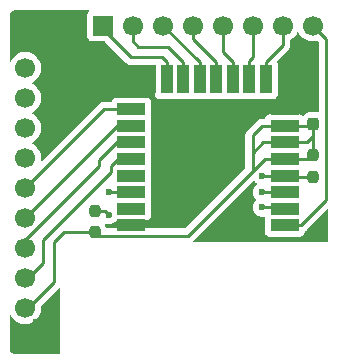
<source format=gbr>
%TF.GenerationSoftware,KiCad,Pcbnew,9.0.3*%
%TF.CreationDate,2025-09-19T00:55:14-04:00*%
%TF.ProjectId,UWB,5557422e-6b69-4636-9164-5f7063625858,rev?*%
%TF.SameCoordinates,Original*%
%TF.FileFunction,Copper,L1,Top*%
%TF.FilePolarity,Positive*%
%FSLAX46Y46*%
G04 Gerber Fmt 4.6, Leading zero omitted, Abs format (unit mm)*
G04 Created by KiCad (PCBNEW 9.0.3) date 2025-09-19 00:55:14*
%MOMM*%
%LPD*%
G01*
G04 APERTURE LIST*
G04 Aperture macros list*
%AMRoundRect*
0 Rectangle with rounded corners*
0 $1 Rounding radius*
0 $2 $3 $4 $5 $6 $7 $8 $9 X,Y pos of 4 corners*
0 Add a 4 corners polygon primitive as box body*
4,1,4,$2,$3,$4,$5,$6,$7,$8,$9,$2,$3,0*
0 Add four circle primitives for the rounded corners*
1,1,$1+$1,$2,$3*
1,1,$1+$1,$4,$5*
1,1,$1+$1,$6,$7*
1,1,$1+$1,$8,$9*
0 Add four rect primitives between the rounded corners*
20,1,$1+$1,$2,$3,$4,$5,0*
20,1,$1+$1,$4,$5,$6,$7,0*
20,1,$1+$1,$6,$7,$8,$9,0*
20,1,$1+$1,$8,$9,$2,$3,0*%
G04 Aperture macros list end*
%TA.AperFunction,SMDPad,CuDef*%
%ADD10RoundRect,0.237500X-0.237500X0.250000X-0.237500X-0.250000X0.237500X-0.250000X0.237500X0.250000X0*%
%TD*%
%TA.AperFunction,ComponentPad*%
%ADD11R,1.700000X1.700000*%
%TD*%
%TA.AperFunction,ComponentPad*%
%ADD12C,1.700000*%
%TD*%
%TA.AperFunction,SMDPad,CuDef*%
%ADD13RoundRect,0.237500X0.237500X-0.250000X0.237500X0.250000X-0.237500X0.250000X-0.237500X-0.250000X0*%
%TD*%
%TA.AperFunction,SMDPad,CuDef*%
%ADD14RoundRect,0.237500X0.237500X-0.300000X0.237500X0.300000X-0.237500X0.300000X-0.237500X-0.300000X0*%
%TD*%
%TA.AperFunction,SMDPad,CuDef*%
%ADD15R,2.400000X1.000000*%
%TD*%
%TA.AperFunction,SMDPad,CuDef*%
%ADD16R,1.000000X2.400000*%
%TD*%
%TA.AperFunction,ViaPad*%
%ADD17C,0.600000*%
%TD*%
%TA.AperFunction,Conductor*%
%ADD18C,0.250000*%
%TD*%
G04 APERTURE END LIST*
D10*
%TO.P,R1,1*%
%TO.N,+3.3V*%
X8900000Y-6687500D03*
%TO.P,R1,2*%
%TO.N,/UWB_IO7*%
X8900000Y-8512500D03*
%TD*%
D11*
%TO.P,J1,1,Pin_1*%
%TO.N,/UWB_IO0*%
X-8890000Y4300000D03*
D12*
%TO.P,J1,2,Pin_2*%
%TO.N,/UWB_IO1*%
X-6350000Y4300000D03*
%TO.P,J1,3,Pin_3*%
%TO.N,/UWB_IO2*%
X-3810000Y4300000D03*
%TO.P,J1,4,Pin_4*%
%TO.N,/UWB_IO3*%
X-1270000Y4300000D03*
%TO.P,J1,5,Pin_5*%
%TO.N,/UWB_IO4*%
X1270000Y4300000D03*
%TO.P,J1,6,Pin_6*%
%TO.N,/UWB_IO5*%
X3810000Y4300000D03*
%TO.P,J1,7,Pin_7*%
%TO.N,/UWB_IO6*%
X6350000Y4300000D03*
%TO.P,J1,8,Pin_8*%
%TO.N,/UWB_EXTON*%
X8890000Y4300000D03*
%TD*%
D13*
%TO.P,R2,1*%
%TO.N,+3.3V*%
X-9600000Y-13212500D03*
%TO.P,R2,2*%
%TO.N,/SPI_~{CS}*%
X-9600000Y-11387500D03*
%TD*%
D11*
%TO.P,J2,1,Pin_1*%
%TO.N,GND*%
X-15480000Y-22160000D03*
D12*
%TO.P,J2,2,Pin_2*%
%TO.N,+3.3V*%
X-15480000Y-19620000D03*
%TO.P,J2,3,Pin_3*%
%TO.N,/SPI_CLK*%
X-15480000Y-17080000D03*
%TO.P,J2,4,Pin_4*%
%TO.N,/SPI_MISO*%
X-15480000Y-14540000D03*
%TO.P,J2,5,Pin_5*%
%TO.N,/SPI_MOSI*%
X-15480000Y-12000000D03*
%TO.P,J2,6,Pin_6*%
%TO.N,/SPI_~{CS}*%
X-15480000Y-9460000D03*
%TO.P,J2,7,Pin_7*%
%TO.N,/UWB_WAKEUP*%
X-15480000Y-6920000D03*
%TO.P,J2,8,Pin_8*%
%TO.N,/UWB_IRQ*%
X-15480000Y-4380000D03*
%TO.P,J2,9,Pin_9*%
%TO.N,/UWB_~{RST}*%
X-15480000Y-1840000D03*
%TO.P,J2,10,Pin_10*%
%TO.N,/UWB_IO7*%
X-15480000Y700000D03*
%TD*%
D14*
%TO.P,C1,1*%
%TO.N,+3.3V*%
X8931250Y-4062500D03*
%TO.P,C1,2*%
%TO.N,GND*%
X8931250Y-2337500D03*
%TD*%
D15*
%TO.P,U1,1,EXTON*%
%TO.N,/UWB_EXTON*%
X6500000Y-12600000D03*
%TO.P,U1,2,WAKEUP*%
%TO.N,/UWB_WAKEUP*%
X6500000Y-11200000D03*
%TO.P,U1,3,RSTN*%
%TO.N,/UWB_~{RST}*%
X6500000Y-9800000D03*
%TO.P,U1,4,IO7*%
%TO.N,/UWB_IO7*%
X6500000Y-8400000D03*
%TO.P,U1,5,VDD*%
%TO.N,+3.3V*%
X6500000Y-7000000D03*
%TO.P,U1,6,VCC*%
X6500000Y-5600000D03*
%TO.P,U1,7,VCC*%
X6500000Y-4200000D03*
%TO.P,U1,8,GND*%
%TO.N,GND*%
X6500000Y-2800000D03*
D16*
%TO.P,U1,9,IO6*%
%TO.N,/UWB_IO6*%
X4900000Y-250000D03*
%TO.P,U1,10,IO5*%
%TO.N,/UWB_IO5*%
X3500000Y-250000D03*
%TO.P,U1,11,IO4*%
%TO.N,/UWB_IO4*%
X2100000Y-250000D03*
%TO.P,U1,12,IO3*%
%TO.N,/UWB_IO3*%
X700000Y-250000D03*
%TO.P,U1,13,IO2*%
%TO.N,/UWB_IO2*%
X-700000Y-250000D03*
%TO.P,U1,14,IO1*%
%TO.N,/UWB_IO1*%
X-2100000Y-250000D03*
%TO.P,U1,15,IO0*%
%TO.N,/UWB_IO0*%
X-3500000Y-250000D03*
%TO.P,U1,16,GND*%
%TO.N,GND*%
X-4900000Y-250000D03*
D15*
%TO.P,U1,17,CSN*%
%TO.N,/SPI_~{CS}*%
X-6500000Y-2800000D03*
%TO.P,U1,18,MOSI*%
%TO.N,/SPI_MOSI*%
X-6500000Y-4200000D03*
%TO.P,U1,19,MISO*%
%TO.N,/SPI_MISO*%
X-6500000Y-5600000D03*
%TO.P,U1,20,CLK*%
%TO.N,/SPI_CLK*%
X-6500000Y-7000000D03*
%TO.P,U1,21,NC*%
%TO.N,unconnected-(U1-NC-Pad21)*%
X-6500000Y-8400000D03*
%TO.P,U1,22,IRQ*%
%TO.N,/UWB_IRQ*%
X-6500000Y-9800000D03*
%TO.P,U1,23,NC*%
%TO.N,unconnected-(U1-NC-Pad23)*%
X-6500000Y-11200000D03*
%TO.P,U1,24,GND*%
%TO.N,GND*%
X-6500000Y-12600000D03*
%TD*%
D17*
%TO.N,GND*%
X-14600000Y-20800000D03*
X2800000Y-12600000D03*
X-2900000Y-3400000D03*
X1900000Y-3400000D03*
X1900000Y-6600000D03*
X700000Y-12600000D03*
X-2900000Y-6600000D03*
X-2800000Y-12600000D03*
X-12800000Y4400000D03*
X-15000000Y4400000D03*
%TO.N,/UWB_IO7*%
X4600000Y-8400000D03*
%TO.N,/SPI_~{CS}*%
X-8400000Y-11725000D03*
%TO.N,/UWB_~{RST}*%
X4600000Y-9800000D03*
%TO.N,/UWB_WAKEUP*%
X4600000Y-11100000D03*
%TO.N,/UWB_IRQ*%
X-8400000Y-9800000D03*
%TD*%
D18*
%TO.N,+3.3V*%
X-13000000Y-17420000D02*
X-13000000Y-14000000D01*
X8900000Y-6687500D02*
X8900000Y-4093750D01*
X-15200000Y-19620000D02*
X-13000000Y-17420000D01*
X8793750Y-4200000D02*
X8931250Y-4062500D01*
X4700000Y-5600000D02*
X6500000Y-5600000D01*
X3800000Y-5000000D02*
X3800000Y-8000000D01*
X-9312500Y-13500000D02*
X-1700000Y-13500000D01*
X8931250Y-4062500D02*
X8931250Y-5068750D01*
X8587500Y-7000000D02*
X8900000Y-6687500D01*
X-15480000Y-19620000D02*
X-15200000Y-19620000D01*
X-9600000Y-13212500D02*
X-9312500Y-13500000D01*
X3800000Y-8000000D02*
X4800000Y-7000000D01*
X-13000000Y-14000000D02*
X-12212500Y-13212500D01*
X8400000Y-5600000D02*
X6500000Y-5600000D01*
X3800000Y-6500000D02*
X4700000Y-5600000D01*
X6500000Y-4200000D02*
X4600000Y-4200000D01*
X-1700000Y-13500000D02*
X3800000Y-8000000D01*
X8931250Y-5068750D02*
X8400000Y-5600000D01*
X6500000Y-7000000D02*
X8587500Y-7000000D01*
X4600000Y-4200000D02*
X3800000Y-5000000D01*
X4800000Y-7000000D02*
X6500000Y-7000000D01*
X6500000Y-4200000D02*
X8793750Y-4200000D01*
X-12212500Y-13212500D02*
X-9600000Y-13212500D01*
X8900000Y-4093750D02*
X8931250Y-4062500D01*
%TO.N,/UWB_IO6*%
X4900000Y-250000D02*
X4900000Y1200000D01*
X4900000Y1200000D02*
X6350000Y2650000D01*
X6350000Y2650000D02*
X6350000Y4300000D01*
%TO.N,/UWB_EXTON*%
X10000000Y3190000D02*
X10000000Y-10500000D01*
X8890000Y4300000D02*
X10000000Y3190000D01*
X10000000Y-10500000D02*
X7900000Y-12600000D01*
X7900000Y-12600000D02*
X6500000Y-12600000D01*
%TO.N,/UWB_IO0*%
X-6500000Y1600000D02*
X-8890000Y3990000D01*
X-3900000Y1600000D02*
X-6500000Y1600000D01*
X-3500000Y1200000D02*
X-3900000Y1600000D01*
X-8890000Y3990000D02*
X-8890000Y4300000D01*
X-3500000Y-250000D02*
X-3500000Y1200000D01*
%TO.N,/UWB_IO2*%
X-3810000Y4300000D02*
X-700000Y1190000D01*
X-700000Y1190000D02*
X-700000Y-250000D01*
%TO.N,/UWB_IO3*%
X-1270000Y3170000D02*
X700000Y1200000D01*
X700000Y1200000D02*
X700000Y-250000D01*
X-1270000Y4300000D02*
X-1270000Y3170000D01*
%TO.N,/UWB_IO1*%
X-6350000Y2950000D02*
X-5900000Y2500000D01*
X-6350000Y4300000D02*
X-6350000Y2950000D01*
X-5900000Y2500000D02*
X-3400000Y2500000D01*
X-2100000Y1200000D02*
X-2100000Y-250000D01*
X-3400000Y2500000D02*
X-2100000Y1200000D01*
%TO.N,/UWB_IO5*%
X3500000Y-250000D02*
X3500000Y1300000D01*
X3500000Y1300000D02*
X3810000Y1610000D01*
X3810000Y1610000D02*
X3810000Y4300000D01*
%TO.N,/UWB_IO4*%
X1270000Y4300000D02*
X1270000Y2030000D01*
X1270000Y2030000D02*
X2100000Y1200000D01*
X2100000Y1200000D02*
X2100000Y-250000D01*
%TO.N,/UWB_IO7*%
X8900000Y-8512500D02*
X6612500Y-8512500D01*
X6612500Y-8512500D02*
X6500000Y-8400000D01*
X6500000Y-8400000D02*
X4600000Y-8400000D01*
%TO.N,/SPI_~{CS}*%
X-8400000Y-11725000D02*
X-8737500Y-11387500D01*
X-8737500Y-11387500D02*
X-9600000Y-11387500D01*
X-8820000Y-2800000D02*
X-6500000Y-2800000D01*
X-15480000Y-9460000D02*
X-8820000Y-2800000D01*
%TO.N,/UWB_~{RST}*%
X4600000Y-9800000D02*
X6500000Y-9800000D01*
%TO.N,/UWB_WAKEUP*%
X6400000Y-11100000D02*
X6500000Y-11200000D01*
X4600000Y-11100000D02*
X6400000Y-11100000D01*
%TO.N,/SPI_CLK*%
X-15260000Y-17080000D02*
X-15480000Y-17080000D01*
X-14000000Y-15820000D02*
X-15260000Y-17080000D01*
X-6500000Y-7000000D02*
X-7600000Y-7000000D01*
X-7600000Y-7000000D02*
X-8200000Y-7600000D01*
X-8200000Y-8075000D02*
X-14000000Y-13875000D01*
X-8200000Y-7600000D02*
X-8200000Y-8075000D01*
X-14000000Y-13875000D02*
X-14000000Y-15820000D01*
%TO.N,/SPI_MOSI*%
X-14781558Y-11301558D02*
X-14780000Y-11301558D01*
X-14780000Y-11301558D02*
X-7678442Y-4200000D01*
X-7678442Y-4200000D02*
X-6500000Y-4200000D01*
X-15480000Y-12000000D02*
X-14781558Y-11301558D01*
%TO.N,/UWB_IRQ*%
X-8400000Y-9800000D02*
X-6500000Y-9800000D01*
%TO.N,/SPI_MISO*%
X-15480000Y-13880000D02*
X-9200000Y-7600000D01*
X-9200000Y-7100000D02*
X-7700000Y-5600000D01*
X-7700000Y-5600000D02*
X-6500000Y-5600000D01*
X-9200000Y-7600000D02*
X-9200000Y-7100000D01*
X-15480000Y-14540000D02*
X-15480000Y-13880000D01*
%TD*%
%TA.AperFunction,Conductor*%
%TO.N,GND*%
G36*
X-12534647Y-17879832D02*
G01*
X-12514352Y-17888239D01*
X-12514351Y-17888239D01*
X-12514351Y-17888240D01*
X-12507842Y-17903954D01*
X-12500000Y-17922887D01*
X-12500000Y-23450500D01*
X-12514352Y-23485148D01*
X-12549000Y-23499500D01*
X-16297249Y-23499500D01*
X-16302735Y-23499192D01*
X-16405664Y-23487595D01*
X-16416362Y-23485153D01*
X-16511514Y-23451857D01*
X-16521400Y-23447096D01*
X-16606759Y-23393461D01*
X-16615337Y-23386620D01*
X-16686620Y-23315337D01*
X-16693461Y-23306759D01*
X-16747096Y-23221400D01*
X-16751857Y-23211514D01*
X-16785153Y-23116362D01*
X-16787595Y-23105664D01*
X-16799192Y-23002734D01*
X-16799500Y-22997248D01*
X-16799500Y-20209165D01*
X-16785148Y-20174517D01*
X-16750500Y-20160165D01*
X-16715852Y-20174517D01*
X-16706840Y-20186920D01*
X-16635051Y-20327816D01*
X-16510104Y-20499792D01*
X-16510100Y-20499795D01*
X-16510099Y-20499798D01*
X-16359798Y-20650099D01*
X-16359795Y-20650100D01*
X-16359792Y-20650104D01*
X-16187816Y-20775051D01*
X-15998412Y-20871557D01*
X-15796243Y-20937246D01*
X-15586287Y-20970500D01*
X-15586286Y-20970500D01*
X-15373714Y-20970500D01*
X-15373713Y-20970500D01*
X-15163757Y-20937246D01*
X-14961588Y-20871557D01*
X-14772184Y-20775051D01*
X-14600208Y-20650104D01*
X-14600206Y-20650102D01*
X-14600202Y-20650099D01*
X-14449901Y-20499798D01*
X-14449897Y-20499793D01*
X-14324952Y-20327821D01*
X-14324947Y-20327813D01*
X-14228443Y-20138413D01*
X-14162754Y-19936243D01*
X-14162753Y-19936240D01*
X-14129500Y-19726286D01*
X-14129500Y-19513713D01*
X-14129499Y-19513713D01*
X-14136480Y-19469633D01*
X-14127724Y-19433166D01*
X-14122731Y-19427321D01*
X-12602982Y-17907572D01*
X-12601269Y-17905859D01*
X-12601267Y-17905858D01*
X-12583647Y-17888238D01*
X-12563351Y-17879831D01*
X-12549000Y-17873887D01*
X-12548999Y-17873887D01*
X-12534647Y-17879832D01*
G37*
%TD.AperFunction*%
%TA.AperFunction,Conductor*%
G36*
X3923613Y-8830272D02*
G01*
X3929704Y-8837693D01*
X3951848Y-8870834D01*
X3978210Y-8910288D01*
X4089713Y-9021791D01*
X4145786Y-9059258D01*
X4166622Y-9090441D01*
X4159305Y-9127223D01*
X4145786Y-9140742D01*
X4089713Y-9178208D01*
X3978210Y-9289711D01*
X3890604Y-9420824D01*
X3830263Y-9566501D01*
X3830260Y-9566512D01*
X3799500Y-9721152D01*
X3799500Y-9878847D01*
X3830260Y-10033487D01*
X3830263Y-10033498D01*
X3885898Y-10167813D01*
X3890606Y-10179179D01*
X3918291Y-10220612D01*
X3978210Y-10310288D01*
X4083274Y-10415352D01*
X4097626Y-10450000D01*
X4083274Y-10484648D01*
X3978210Y-10589711D01*
X3890604Y-10720824D01*
X3830263Y-10866501D01*
X3830260Y-10866512D01*
X3799500Y-11021152D01*
X3799500Y-11178847D01*
X3830260Y-11333487D01*
X3830263Y-11333498D01*
X3890604Y-11479175D01*
X3890606Y-11479179D01*
X3978211Y-11610289D01*
X4089711Y-11721789D01*
X4220821Y-11809394D01*
X4366503Y-11869737D01*
X4366509Y-11869738D01*
X4366512Y-11869739D01*
X4521152Y-11900499D01*
X4521158Y-11900500D01*
X4678842Y-11900500D01*
X4766986Y-11882966D01*
X4803768Y-11890282D01*
X4824604Y-11921464D01*
X4822457Y-11948147D01*
X4805908Y-11992519D01*
X4805907Y-11992521D01*
X4799500Y-12052120D01*
X4799500Y-13147879D01*
X4805907Y-13207478D01*
X4822348Y-13251557D01*
X4856204Y-13342331D01*
X4942454Y-13457546D01*
X5057669Y-13543796D01*
X5192517Y-13594091D01*
X5192520Y-13594092D01*
X5236177Y-13598785D01*
X5252127Y-13600500D01*
X7747872Y-13600499D01*
X7747878Y-13600499D01*
X7807478Y-13594092D01*
X7807479Y-13594091D01*
X7807483Y-13594091D01*
X7942331Y-13543796D01*
X8057546Y-13457546D01*
X8143796Y-13342331D01*
X8194091Y-13207483D01*
X8194091Y-13207479D01*
X8194092Y-13207479D01*
X8197631Y-13174554D01*
X8198744Y-13172514D01*
X8198291Y-13170234D01*
X8207582Y-13156326D01*
X8215603Y-13141638D01*
X8219125Y-13139050D01*
X8247509Y-13120084D01*
X8298733Y-13085858D01*
X8385858Y-12998733D01*
X8385858Y-12998731D01*
X8389887Y-12994703D01*
X8389890Y-12994698D01*
X10115853Y-11268736D01*
X10150500Y-11254385D01*
X10185148Y-11268737D01*
X10199500Y-11303385D01*
X10199500Y-13951000D01*
X10185148Y-13985648D01*
X10150500Y-14000000D01*
X-1197113Y-14000000D01*
X-1211464Y-13994055D01*
X-1231760Y-13985649D01*
X-1231760Y-13985648D01*
X-1231761Y-13985648D01*
X-1246113Y-13951000D01*
X-1231762Y-13916353D01*
X-1231761Y-13916352D01*
X-1214142Y-13898733D01*
X-1214140Y-13898730D01*
X3854318Y-8830271D01*
X3888965Y-8815920D01*
X3923613Y-8830272D01*
G37*
%TD.AperFunction*%
%TA.AperFunction,Conductor*%
G36*
X-10087283Y5585148D02*
G01*
X-10072931Y5550500D01*
X-10087283Y5515852D01*
X-10092565Y5511274D01*
X-10097546Y5507546D01*
X-10183796Y5392331D01*
X-10234091Y5257483D01*
X-10234092Y5257479D01*
X-10234092Y5257478D01*
X-10240500Y5197873D01*
X-10240499Y3959917D01*
X-10240499Y3402120D01*
X-10234092Y3342521D01*
X-10234091Y3342518D01*
X-10234091Y3342517D01*
X-10183796Y3207669D01*
X-10097546Y3092454D01*
X-10038755Y3048443D01*
X-9982333Y3006205D01*
X-9982331Y3006204D01*
X-9939073Y2990070D01*
X-9847479Y2955907D01*
X-9787879Y2949500D01*
X-9787873Y2949500D01*
X-8754386Y2949500D01*
X-8719738Y2935148D01*
X-6898732Y1114141D01*
X-6898731Y1114140D01*
X-6796283Y1045687D01*
X-6682459Y998539D01*
X-6682449Y998536D01*
X-6633715Y988842D01*
X-6561607Y974500D01*
X-6561606Y974500D01*
X-4549500Y974500D01*
X-4514852Y960148D01*
X-4500500Y925500D01*
X-4500499Y-1497879D01*
X-4494092Y-1557478D01*
X-4494091Y-1557479D01*
X-4494091Y-1557483D01*
X-4443796Y-1692331D01*
X-4357546Y-1807546D01*
X-4242331Y-1893796D01*
X-4107483Y-1944091D01*
X-4107481Y-1944091D01*
X-4107479Y-1944092D01*
X-4070750Y-1948040D01*
X-4047873Y-1950500D01*
X-2952128Y-1950499D01*
X-2952121Y-1950499D01*
X-2892521Y-1944092D01*
X-2892518Y-1944091D01*
X-2892517Y-1944091D01*
X-2817124Y-1915971D01*
X-2782876Y-1915971D01*
X-2707483Y-1944091D01*
X-2647873Y-1950500D01*
X-1552128Y-1950499D01*
X-1552121Y-1950499D01*
X-1492521Y-1944092D01*
X-1492518Y-1944091D01*
X-1492517Y-1944091D01*
X-1417124Y-1915971D01*
X-1382876Y-1915971D01*
X-1307483Y-1944091D01*
X-1247873Y-1950500D01*
X-152128Y-1950499D01*
X-152121Y-1950499D01*
X-92521Y-1944092D01*
X-92518Y-1944091D01*
X-92517Y-1944091D01*
X-17124Y-1915971D01*
X17124Y-1915971D01*
X92516Y-1944091D01*
X110572Y-1946032D01*
X152127Y-1950500D01*
X1247872Y-1950499D01*
X1247878Y-1950499D01*
X1307478Y-1944092D01*
X1307480Y-1944091D01*
X1307483Y-1944091D01*
X1382876Y-1915971D01*
X1417124Y-1915971D01*
X1492516Y-1944091D01*
X1510572Y-1946032D01*
X1552127Y-1950500D01*
X2647872Y-1950499D01*
X2647878Y-1950499D01*
X2707478Y-1944092D01*
X2707480Y-1944091D01*
X2707483Y-1944091D01*
X2782876Y-1915971D01*
X2817124Y-1915971D01*
X2892516Y-1944091D01*
X2910572Y-1946032D01*
X2952127Y-1950500D01*
X4047872Y-1950499D01*
X4047878Y-1950499D01*
X4107478Y-1944092D01*
X4107480Y-1944091D01*
X4107483Y-1944091D01*
X4182876Y-1915971D01*
X4217124Y-1915971D01*
X4292516Y-1944091D01*
X4310572Y-1946032D01*
X4352127Y-1950500D01*
X5447872Y-1950499D01*
X5447878Y-1950499D01*
X5507478Y-1944092D01*
X5507479Y-1944091D01*
X5507483Y-1944091D01*
X5642331Y-1893796D01*
X5757546Y-1807546D01*
X5843796Y-1692331D01*
X5894091Y-1557483D01*
X5894091Y-1557481D01*
X5894092Y-1557479D01*
X5900499Y-1497879D01*
X5900500Y-1497873D01*
X5900499Y997872D01*
X5900499Y997879D01*
X5894092Y1057478D01*
X5894091Y1057479D01*
X5894091Y1057483D01*
X5843796Y1192331D01*
X5840612Y1196583D01*
X5831334Y1232915D01*
X5845188Y1260597D01*
X6835860Y2251269D01*
X6874691Y2309385D01*
X6904312Y2353715D01*
X6951463Y2467549D01*
X6975501Y2588394D01*
X6975501Y2711607D01*
X6975501Y2714016D01*
X6975500Y2714037D01*
X6975500Y3072979D01*
X6989852Y3107627D01*
X7002254Y3116638D01*
X7057815Y3144948D01*
X7166563Y3223958D01*
X7229792Y3269896D01*
X7229795Y3269899D01*
X7229798Y3269901D01*
X7380099Y3420202D01*
X7380102Y3420206D01*
X7380104Y3420208D01*
X7505051Y3592184D01*
X7576341Y3732099D01*
X7604858Y3756455D01*
X7642246Y3753512D01*
X7663659Y3732099D01*
X7734950Y3592181D01*
X7734952Y3592178D01*
X7859897Y3420206D01*
X8010206Y3269897D01*
X8182178Y3144952D01*
X8182186Y3144947D01*
X8371586Y3048443D01*
X8573756Y2982754D01*
X8573759Y2982753D01*
X8743248Y2955909D01*
X8783713Y2949500D01*
X8783714Y2949500D01*
X8996286Y2949500D01*
X8996287Y2949500D01*
X9044957Y2957208D01*
X9206240Y2982753D01*
X9206247Y2982755D01*
X9265550Y3002023D01*
X9273407Y3001404D01*
X9280690Y3004421D01*
X9291390Y2999988D01*
X9302937Y2999080D01*
X9315339Y2990070D01*
X9360148Y2945262D01*
X9374500Y2910614D01*
X9374500Y-2986235D01*
X9360148Y-3020883D01*
X9325500Y-3035235D01*
X9320520Y-3034981D01*
X9217929Y-3024500D01*
X8644571Y-3024500D01*
X8543499Y-3034825D01*
X8379733Y-3089092D01*
X8232900Y-3179659D01*
X8110911Y-3301648D01*
X8110910Y-3301650D01*
X8104980Y-3311263D01*
X8074574Y-3333216D01*
X8037550Y-3327239D01*
X8033918Y-3324766D01*
X7991822Y-3293253D01*
X7942333Y-3256205D01*
X7942331Y-3256204D01*
X7897381Y-3239439D01*
X7807479Y-3205907D01*
X7747879Y-3199500D01*
X5252120Y-3199500D01*
X5192521Y-3205907D01*
X5057666Y-3256205D01*
X4942454Y-3342454D01*
X4856205Y-3457666D01*
X4824518Y-3542624D01*
X4798962Y-3570072D01*
X4778607Y-3574500D01*
X4661607Y-3574500D01*
X4538393Y-3574500D01*
X4498111Y-3582512D01*
X4477970Y-3586518D01*
X4477969Y-3586517D01*
X4417555Y-3598534D01*
X4417546Y-3598537D01*
X4370397Y-3618066D01*
X4370397Y-3618067D01*
X4303715Y-3645688D01*
X4303713Y-3645689D01*
X4299699Y-3648371D01*
X4201267Y-3714141D01*
X3314141Y-4601267D01*
X3314138Y-4601271D01*
X3282876Y-4648060D01*
X3282875Y-4648062D01*
X3245686Y-4703715D01*
X3212347Y-4784207D01*
X3198537Y-4817546D01*
X3198537Y-4817547D01*
X3174499Y-4938397D01*
X3174499Y-7720612D01*
X3160147Y-7755260D01*
X-1944738Y-12860148D01*
X-1979386Y-12874500D01*
X-8584218Y-12874500D01*
X-8618866Y-12860148D01*
X-8632964Y-12830479D01*
X-8634825Y-12812249D01*
X-8689092Y-12648483D01*
X-8689094Y-12648479D01*
X-8755982Y-12540036D01*
X-8761956Y-12503012D01*
X-8740000Y-12472608D01*
X-8702976Y-12466634D01*
X-8695539Y-12469038D01*
X-8633497Y-12494737D01*
X-8478842Y-12525500D01*
X-8321158Y-12525500D01*
X-8321152Y-12525499D01*
X-8166512Y-12494739D01*
X-8166509Y-12494738D01*
X-8166503Y-12494737D01*
X-8020821Y-12434394D01*
X-7889711Y-12346789D01*
X-7778211Y-12235289D01*
X-7769515Y-12222275D01*
X-7738334Y-12201441D01*
X-7728784Y-12200499D01*
X-5252128Y-12200499D01*
X-5252121Y-12200499D01*
X-5192521Y-12194092D01*
X-5192518Y-12194091D01*
X-5192517Y-12194091D01*
X-5057669Y-12143796D01*
X-4942454Y-12057546D01*
X-4890627Y-11988314D01*
X-4856205Y-11942333D01*
X-4805907Y-11807479D01*
X-4799500Y-11747879D01*
X-4799500Y-10652120D01*
X-4805908Y-10592520D01*
X-4834028Y-10517123D01*
X-4834028Y-10482877D01*
X-4806783Y-10409826D01*
X-4805909Y-10407483D01*
X-4805908Y-10407482D01*
X-4805908Y-10407480D01*
X-4805907Y-10407478D01*
X-4799500Y-10347879D01*
X-4799500Y-9252120D01*
X-4805908Y-9192520D01*
X-4834028Y-9117123D01*
X-4834028Y-9082877D01*
X-4805908Y-9007480D01*
X-4805907Y-9007478D01*
X-4799500Y-8947879D01*
X-4799500Y-7852120D01*
X-4805908Y-7792520D01*
X-4834028Y-7717123D01*
X-4834028Y-7682877D01*
X-4805908Y-7607480D01*
X-4805907Y-7607478D01*
X-4799500Y-7547879D01*
X-4799500Y-6452120D01*
X-4805908Y-6392520D01*
X-4834028Y-6317123D01*
X-4834028Y-6282877D01*
X-4805908Y-6207480D01*
X-4805907Y-6207478D01*
X-4799500Y-6147879D01*
X-4799500Y-5052120D01*
X-4805908Y-4992520D01*
X-4834028Y-4917123D01*
X-4834028Y-4882877D01*
X-4805908Y-4807480D01*
X-4805907Y-4807478D01*
X-4799500Y-4747879D01*
X-4799500Y-3652120D01*
X-4805908Y-3592520D01*
X-4808147Y-3586518D01*
X-4814280Y-3570072D01*
X-4834028Y-3517123D01*
X-4834028Y-3482877D01*
X-4805908Y-3407480D01*
X-4805907Y-3407478D01*
X-4799500Y-3347879D01*
X-4799500Y-2252120D01*
X-4805907Y-2192521D01*
X-4856205Y-2057666D01*
X-4942454Y-1942454D01*
X-5057666Y-1856205D01*
X-5192520Y-1805907D01*
X-5252120Y-1799500D01*
X-7747879Y-1799500D01*
X-7807478Y-1805907D01*
X-7811872Y-1807546D01*
X-7942331Y-1856204D01*
X-7942333Y-1856205D01*
X-7988314Y-1890627D01*
X-8057546Y-1942454D01*
X-8143796Y-2057669D01*
X-8175253Y-2142011D01*
X-8175482Y-2142624D01*
X-8201038Y-2170072D01*
X-8221393Y-2174500D01*
X-8758394Y-2174500D01*
X-8881607Y-2174500D01*
X-8921888Y-2182512D01*
X-8942030Y-2186518D01*
X-8942030Y-2186517D01*
X-9002441Y-2198534D01*
X-9002459Y-2198539D01*
X-9116283Y-2245687D01*
X-9218376Y-2313904D01*
X-9218395Y-2313916D01*
X-9218734Y-2314142D01*
X-9218735Y-2314143D01*
X-14060242Y-7155652D01*
X-14094890Y-7170004D01*
X-14129538Y-7155652D01*
X-14143890Y-7121004D01*
X-14143287Y-7113339D01*
X-14129500Y-7026286D01*
X-14129500Y-6813713D01*
X-14162753Y-6603759D01*
X-14162754Y-6603756D01*
X-14228443Y-6401586D01*
X-14324947Y-6212186D01*
X-14324952Y-6212178D01*
X-14449897Y-6040206D01*
X-14600206Y-5889897D01*
X-14772178Y-5764952D01*
X-14772181Y-5764950D01*
X-14912099Y-5693659D01*
X-14936455Y-5665142D01*
X-14933512Y-5627754D01*
X-14912099Y-5606341D01*
X-14772184Y-5535051D01*
X-14600208Y-5410104D01*
X-14600206Y-5410102D01*
X-14600202Y-5410099D01*
X-14449901Y-5259798D01*
X-14449897Y-5259793D01*
X-14324952Y-5087821D01*
X-14324947Y-5087813D01*
X-14228443Y-4898413D01*
X-14162754Y-4696243D01*
X-14162753Y-4696240D01*
X-14129500Y-4486286D01*
X-14129500Y-4273713D01*
X-14162753Y-4063759D01*
X-14162754Y-4063756D01*
X-14228443Y-3861586D01*
X-14324947Y-3672186D01*
X-14324952Y-3672178D01*
X-14449897Y-3500206D01*
X-14600206Y-3349897D01*
X-14772178Y-3224952D01*
X-14772181Y-3224950D01*
X-14912099Y-3153659D01*
X-14936455Y-3125142D01*
X-14933512Y-3087754D01*
X-14912099Y-3066341D01*
X-14772184Y-2995051D01*
X-14760049Y-2986235D01*
X-14704003Y-2945515D01*
X-14600208Y-2870104D01*
X-14600206Y-2870102D01*
X-14600202Y-2870099D01*
X-14449901Y-2719798D01*
X-14449897Y-2719793D01*
X-14324952Y-2547821D01*
X-14324947Y-2547813D01*
X-14228443Y-2358413D01*
X-14162754Y-2156243D01*
X-14162753Y-2156240D01*
X-14129500Y-1946286D01*
X-14129500Y-1733713D01*
X-14162753Y-1523759D01*
X-14162754Y-1523756D01*
X-14228443Y-1321586D01*
X-14324947Y-1132186D01*
X-14324952Y-1132178D01*
X-14449897Y-960206D01*
X-14600206Y-809897D01*
X-14772178Y-684952D01*
X-14772181Y-684950D01*
X-14912099Y-613659D01*
X-14936455Y-585142D01*
X-14933512Y-547754D01*
X-14912099Y-526341D01*
X-14772184Y-455051D01*
X-14600208Y-330104D01*
X-14600206Y-330102D01*
X-14600202Y-330099D01*
X-14449901Y-179798D01*
X-14449897Y-179793D01*
X-14324952Y-7821D01*
X-14324947Y-7813D01*
X-14228443Y181586D01*
X-14162754Y383756D01*
X-14162753Y383759D01*
X-14129500Y593713D01*
X-14129500Y806286D01*
X-14162753Y1016240D01*
X-14162754Y1016243D01*
X-14228443Y1218413D01*
X-14324947Y1407813D01*
X-14324952Y1407821D01*
X-14449897Y1579793D01*
X-14449901Y1579798D01*
X-14600202Y1730099D01*
X-14600206Y1730102D01*
X-14600208Y1730104D01*
X-14772184Y1855051D01*
X-14961588Y1951557D01*
X-15163757Y2017246D01*
X-15373713Y2050500D01*
X-15586287Y2050500D01*
X-15796243Y2017246D01*
X-15998412Y1951557D01*
X-16187816Y1855051D01*
X-16359792Y1730104D01*
X-16359795Y1730100D01*
X-16359798Y1730099D01*
X-16510099Y1579798D01*
X-16510100Y1579795D01*
X-16510104Y1579792D01*
X-16635051Y1407816D01*
X-16695507Y1289165D01*
X-16706841Y1266920D01*
X-16735358Y1242563D01*
X-16772745Y1245506D01*
X-16797102Y1274023D01*
X-16799500Y1289165D01*
X-16799500Y5097248D01*
X-16799192Y5102734D01*
X-16787595Y5205664D01*
X-16785153Y5216362D01*
X-16751857Y5311514D01*
X-16747096Y5321400D01*
X-16693461Y5406759D01*
X-16686620Y5415337D01*
X-16615337Y5486620D01*
X-16606759Y5493461D01*
X-16521400Y5547096D01*
X-16511514Y5551857D01*
X-16416362Y5585153D01*
X-16405664Y5587595D01*
X-16302735Y5599192D01*
X-16297249Y5599500D01*
X-16234108Y5599500D01*
X-10121931Y5599500D01*
X-10087283Y5585148D01*
G37*
%TD.AperFunction*%
%TD*%
M02*

</source>
